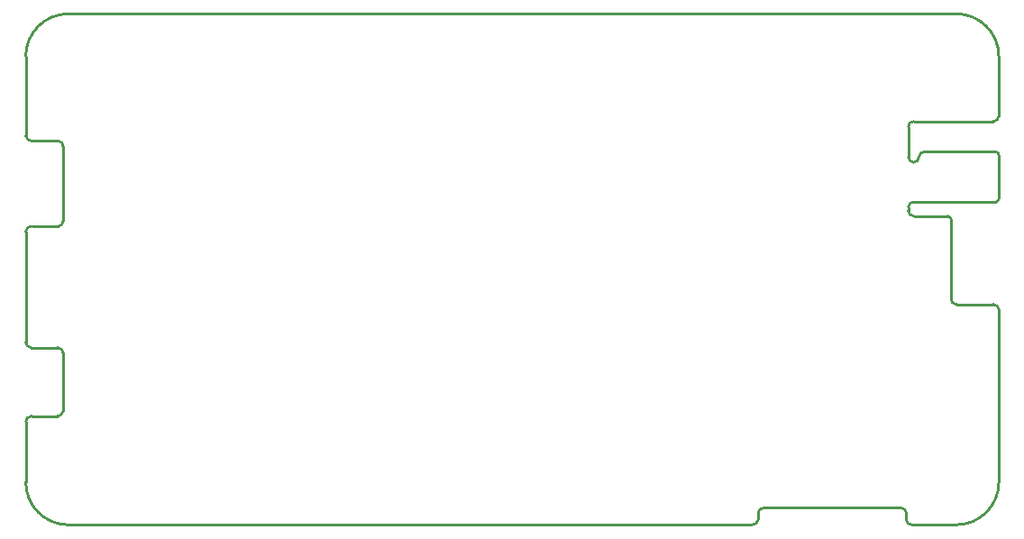
<source format=gko>
G04 Layer_Color=16711935*
%FSLAX25Y25*%
%MOIN*%
G70*
G01*
G75*
%ADD16C,0.01000*%
D16*
X-11811Y138002D02*
G03*
X-13780Y136033I0J-1969D01*
G01*
X-15748Y134065D02*
G03*
X-13780Y136033I0J1969D01*
G01*
X-17717D02*
G03*
X-15748Y134065I1969J0D01*
G01*
X-1969Y112953D02*
G03*
X-3150Y114134I-1181J0D01*
G01*
X-17717Y116102D02*
G03*
X-15748Y114134I1969J0D01*
G01*
X-15746Y119400D02*
G03*
X-17715Y117423I4J-1973D01*
G01*
X-1969Y83465D02*
G03*
X0Y81496I1969J0D01*
G01*
X15748Y79521D02*
G03*
X13780Y81490I-1969J-0D01*
G01*
X-344094Y67552D02*
G03*
X-342131Y65589I1963J0D01*
G01*
X-344094Y143898D02*
G03*
X-341732Y141929I2165J197D01*
G01*
Y110433D02*
G03*
X-344094Y108465I-197J-2165D01*
G01*
X-331890Y110433D02*
G03*
X-330315Y112402I-197J1772D01*
G01*
Y139961D02*
G03*
X-331890Y141929I-1772J197D01*
G01*
X-330315Y63500D02*
G03*
X-332283Y65573I-2021J52D01*
G01*
X-344094Y15748D02*
G03*
X-328346Y0I15748J0D01*
G01*
Y188976D02*
G03*
X-344094Y173228I0J-15748D01*
G01*
X0Y0D02*
G03*
X15748Y15748I0J15748D01*
G01*
Y173228D02*
G03*
X0Y188976I-15748J0D01*
G01*
X13780Y149213D02*
G03*
X15748Y151181I0J1969D01*
G01*
X-15748Y149213D02*
G03*
X-17717Y147244I0J-1969D01*
G01*
X14554Y119400D02*
G03*
X15735Y120581I0J1181D01*
G01*
X15748Y136820D02*
G03*
X14567Y138002I-1181J0D01*
G01*
X-17717Y116102D02*
G03*
X-15748Y114134I1969J0D01*
G01*
X-342021Y40157D02*
G03*
X-344094Y38189I-52J-2021D01*
G01*
X-332283Y40157D02*
G03*
X-330315Y42126I0J1969D01*
G01*
X-18504Y4331D02*
G03*
X-20472Y6299I-1969J0D01*
G01*
X-18504Y1969D02*
G03*
X-16535Y0I1969J0D01*
G01*
X-75590D02*
G03*
X-73228Y1969I197J2165D01*
G01*
X-71260Y6299D02*
G03*
X-73228Y4331I0J-1969D01*
G01*
X-17717Y136033D02*
Y147244D01*
X-11811Y138002D02*
X14567D01*
X-17717Y116102D02*
Y117323D01*
X-15746Y119400D02*
X14554D01*
X-16535Y0D02*
X0D01*
X-71260Y6299D02*
X-20472D01*
X15748Y151181D02*
Y173228D01*
X-1969Y83465D02*
Y112953D01*
X0Y81496D02*
X13780D01*
X15748Y15748D02*
Y79528D01*
X-328346Y0D02*
X-75590D01*
X-344094Y15748D02*
Y38189D01*
X-341732Y110433D02*
X-331890D01*
X-341732Y141929D02*
X-331890D01*
X-328346Y188976D02*
X0D01*
X-344094Y143898D02*
Y173228D01*
X-15748Y149213D02*
X13780D01*
X-330315Y42126D02*
Y63606D01*
X-342131Y65573D02*
X-332283D01*
X-344094Y67552D02*
Y108465D01*
X-330315Y112402D02*
Y139961D01*
X15748Y120600D02*
Y136820D01*
X-15748Y114134D02*
X-3150D01*
X-342021Y40157D02*
X-332283D01*
X-18504Y1969D02*
Y4331D01*
X-73228Y1969D02*
Y4331D01*
M02*

</source>
